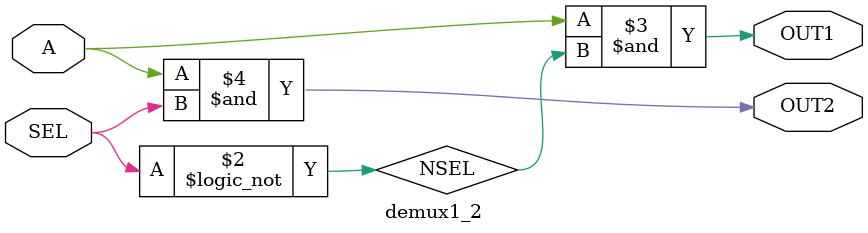
<source format=v>
module demux1_2(A,SEL,OUT1,OUT2);

	input A,SEL;
	output OUT1,OUT2;
	wire NA = !A, NSEL = !SEL;
	
	and(OUT1,A,NSEL);
	and(OUT2,A,SEL);
	
endmodule 
</source>
